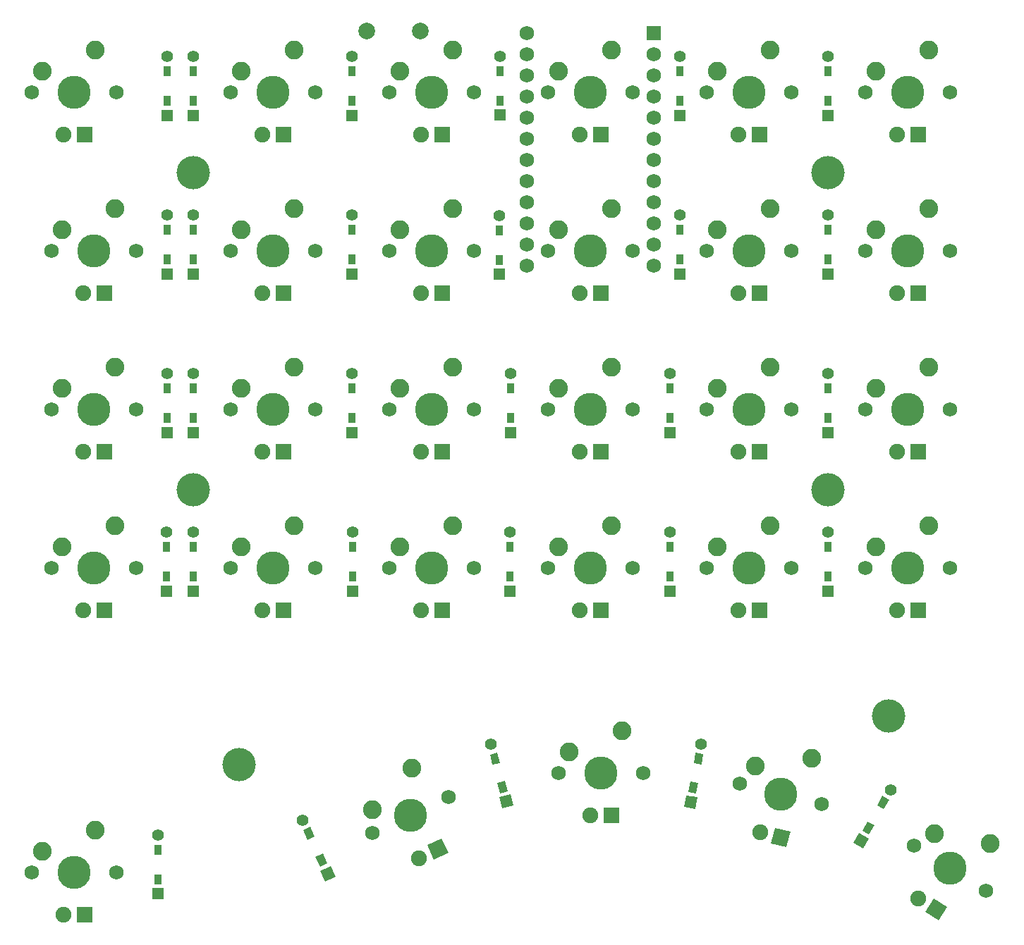
<source format=gts>
%TF.GenerationSoftware,KiCad,Pcbnew,5.1.10-88a1d61d58~90~ubuntu20.04.1*%
%TF.CreationDate,2021-08-22T16:14:45+02:00*%
%TF.ProjectId,knuckle-pad,6b6e7563-6b6c-4652-9d70-61642e6b6963,rev?*%
%TF.SameCoordinates,Original*%
%TF.FileFunction,Soldermask,Top*%
%TF.FilePolarity,Negative*%
%FSLAX46Y46*%
G04 Gerber Fmt 4.6, Leading zero omitted, Abs format (unit mm)*
G04 Created by KiCad (PCBNEW 5.1.10-88a1d61d58~90~ubuntu20.04.1) date 2021-08-22 16:14:45*
%MOMM*%
%LPD*%
G01*
G04 APERTURE LIST*
%ADD10C,4.000000*%
%ADD11C,1.752600*%
%ADD12R,1.752600X1.752600*%
%ADD13C,1.750000*%
%ADD14C,3.987800*%
%ADD15R,1.905000X1.905000*%
%ADD16C,1.905000*%
%ADD17C,2.250000*%
%ADD18C,2.000000*%
%ADD19C,0.100000*%
%ADD20C,1.397000*%
%ADD21R,0.950000X1.300000*%
%ADD22R,1.397000X1.397000*%
G04 APERTURE END LIST*
D10*
%TO.C,H6*%
X188722000Y-118364000D03*
%TD*%
D11*
%TO.C,U1*%
X145288000Y-36322000D03*
X160528000Y-64262000D03*
X145288000Y-38862000D03*
X145288000Y-41402000D03*
X145288000Y-43942000D03*
X145288000Y-46482000D03*
X145288000Y-49022000D03*
X145288000Y-51562000D03*
X145288000Y-54102000D03*
X145288000Y-56642000D03*
X145288000Y-59182000D03*
X145288000Y-61722000D03*
X145288000Y-64262000D03*
X160528000Y-61722000D03*
X160528000Y-59182000D03*
X160528000Y-56642000D03*
X160528000Y-54102000D03*
X160528000Y-51562000D03*
X160528000Y-49022000D03*
X160528000Y-46482000D03*
X160528000Y-43942000D03*
X160528000Y-41402000D03*
X160528000Y-38862000D03*
D12*
X160528000Y-36322000D03*
%TD*%
D13*
%TO.C,SW1*%
X96037400Y-43434000D03*
X85877400Y-43434000D03*
D14*
X90957400Y-43434000D03*
D15*
X92227400Y-48514000D03*
D16*
X89687400Y-48514000D03*
D17*
X93497400Y-38354000D03*
X87147400Y-40894000D03*
%TD*%
D18*
%TO.C,RST1*%
X126036000Y-36068000D03*
X132536000Y-36068000D03*
%TD*%
D13*
%TO.C,SW29*%
X200396084Y-139343990D03*
X191779916Y-133960010D03*
D14*
X196088000Y-136652000D03*
D19*
G36*
X193160517Y-141936100D02*
G01*
X194170013Y-140320568D01*
X195785545Y-141330064D01*
X194776049Y-142945596D01*
X193160517Y-141936100D01*
G37*
D16*
X192318989Y-140287087D03*
D17*
X200934032Y-133689911D03*
X194202932Y-132478965D03*
%TD*%
D13*
%TO.C,SW28*%
X196088000Y-100584000D03*
X185928000Y-100584000D03*
D14*
X191008000Y-100584000D03*
D15*
X192278000Y-105664000D03*
D16*
X189738000Y-105664000D03*
D17*
X193548000Y-95504000D03*
X187198000Y-98044000D03*
%TD*%
D13*
%TO.C,SW27*%
X196088000Y-81534000D03*
X185928000Y-81534000D03*
D14*
X191008000Y-81534000D03*
D15*
X192278000Y-86614000D03*
D16*
X189738000Y-86614000D03*
D17*
X193548000Y-76454000D03*
X187198000Y-78994000D03*
%TD*%
D13*
%TO.C,SW26*%
X196088000Y-62484000D03*
X185928000Y-62484000D03*
D14*
X191008000Y-62484000D03*
D15*
X192278000Y-67564000D03*
D16*
X189738000Y-67564000D03*
D17*
X193548000Y-57404000D03*
X187198000Y-59944000D03*
%TD*%
D13*
%TO.C,SW25*%
X196088000Y-43434000D03*
X185928000Y-43434000D03*
D14*
X191008000Y-43434000D03*
D15*
X192278000Y-48514000D03*
D16*
X189738000Y-48514000D03*
D17*
X193548000Y-38354000D03*
X187198000Y-40894000D03*
%TD*%
D13*
%TO.C,SW24*%
X180697102Y-128990963D03*
X170838898Y-126533037D03*
D14*
X175768000Y-127762000D03*
D19*
G36*
X174616675Y-133692119D02*
G01*
X175077536Y-131843706D01*
X176925949Y-132304567D01*
X176465088Y-134152980D01*
X174616675Y-133692119D01*
G37*
D16*
X173306761Y-132383861D03*
D17*
X179461514Y-123447379D03*
X172685655Y-124375726D03*
%TD*%
D13*
%TO.C,SW23*%
X177038000Y-100584000D03*
X166878000Y-100584000D03*
D14*
X171958000Y-100584000D03*
D15*
X173228000Y-105664000D03*
D16*
X170688000Y-105664000D03*
D17*
X174498000Y-95504000D03*
X168148000Y-98044000D03*
%TD*%
D13*
%TO.C,SW22*%
X177038000Y-81534000D03*
X166878000Y-81534000D03*
D14*
X171958000Y-81534000D03*
D15*
X173228000Y-86614000D03*
D16*
X170688000Y-86614000D03*
D17*
X174498000Y-76454000D03*
X168148000Y-78994000D03*
%TD*%
D13*
%TO.C,SW21*%
X177038000Y-62484000D03*
X166878000Y-62484000D03*
D14*
X171958000Y-62484000D03*
D15*
X173228000Y-67564000D03*
D16*
X170688000Y-67564000D03*
D17*
X174498000Y-57404000D03*
X168148000Y-59944000D03*
%TD*%
D13*
%TO.C,SW20*%
X177038000Y-43434000D03*
X166878000Y-43434000D03*
D14*
X171958000Y-43434000D03*
D15*
X173228000Y-48514000D03*
D16*
X170688000Y-48514000D03*
D17*
X174498000Y-38354000D03*
X168148000Y-40894000D03*
%TD*%
D13*
%TO.C,SW19*%
X159258000Y-125222000D03*
X149098000Y-125222000D03*
D14*
X154178000Y-125222000D03*
D15*
X155448000Y-130302000D03*
D16*
X152908000Y-130302000D03*
D17*
X156718000Y-120142000D03*
X150368000Y-122682000D03*
%TD*%
D13*
%TO.C,SW18*%
X157988000Y-100584000D03*
X147828000Y-100584000D03*
D14*
X152908000Y-100584000D03*
D15*
X154178000Y-105664000D03*
D16*
X151638000Y-105664000D03*
D17*
X155448000Y-95504000D03*
X149098000Y-98044000D03*
%TD*%
D13*
%TO.C,SW17*%
X157988000Y-81534000D03*
X147828000Y-81534000D03*
D14*
X152908000Y-81534000D03*
D15*
X154178000Y-86614000D03*
D16*
X151638000Y-86614000D03*
D17*
X155448000Y-76454000D03*
X149098000Y-78994000D03*
%TD*%
D13*
%TO.C,SW16*%
X157988000Y-62484000D03*
X147828000Y-62484000D03*
D14*
X152908000Y-62484000D03*
D15*
X154178000Y-67564000D03*
D16*
X151638000Y-67564000D03*
D17*
X155448000Y-57404000D03*
X149098000Y-59944000D03*
%TD*%
D13*
%TO.C,SW15*%
X157988000Y-43434000D03*
X147828000Y-43434000D03*
D14*
X152908000Y-43434000D03*
D15*
X154178000Y-48514000D03*
D16*
X151638000Y-48514000D03*
D17*
X155448000Y-38354000D03*
X149098000Y-40894000D03*
%TD*%
D13*
%TO.C,SW14*%
X135922044Y-128155099D03*
X126713956Y-132448901D03*
D14*
X131318000Y-130302000D03*
D19*
G36*
X134155198Y-135635120D02*
G01*
X133350110Y-133908604D01*
X135076626Y-133103516D01*
X135881714Y-134830032D01*
X134155198Y-135635120D01*
G37*
D16*
X132313890Y-135442769D03*
D17*
X131473121Y-124624506D03*
X126791517Y-129610154D03*
%TD*%
D13*
%TO.C,SW13*%
X138938000Y-100584000D03*
X128778000Y-100584000D03*
D14*
X133858000Y-100584000D03*
D15*
X135128000Y-105664000D03*
D16*
X132588000Y-105664000D03*
D17*
X136398000Y-95504000D03*
X130048000Y-98044000D03*
%TD*%
D13*
%TO.C,SW12*%
X138938000Y-81534000D03*
X128778000Y-81534000D03*
D14*
X133858000Y-81534000D03*
D15*
X135128000Y-86614000D03*
D16*
X132588000Y-86614000D03*
D17*
X136398000Y-76454000D03*
X130048000Y-78994000D03*
%TD*%
D13*
%TO.C,SW11*%
X138938000Y-62484000D03*
X128778000Y-62484000D03*
D14*
X133858000Y-62484000D03*
D15*
X135128000Y-67564000D03*
D16*
X132588000Y-67564000D03*
D17*
X136398000Y-57404000D03*
X130048000Y-59944000D03*
%TD*%
D13*
%TO.C,SW10*%
X138938000Y-43434000D03*
X128778000Y-43434000D03*
D14*
X133858000Y-43434000D03*
D15*
X135128000Y-48514000D03*
D16*
X132588000Y-48514000D03*
D17*
X136398000Y-38354000D03*
X130048000Y-40894000D03*
%TD*%
D13*
%TO.C,SW9*%
X119888000Y-100584000D03*
X109728000Y-100584000D03*
D14*
X114808000Y-100584000D03*
D15*
X116078000Y-105664000D03*
D16*
X113538000Y-105664000D03*
D17*
X117348000Y-95504000D03*
X110998000Y-98044000D03*
%TD*%
D13*
%TO.C,SW8*%
X119888000Y-81534000D03*
X109728000Y-81534000D03*
D14*
X114808000Y-81534000D03*
D15*
X116078000Y-86614000D03*
D16*
X113538000Y-86614000D03*
D17*
X117348000Y-76454000D03*
X110998000Y-78994000D03*
%TD*%
D13*
%TO.C,SW7*%
X119888000Y-62484000D03*
X109728000Y-62484000D03*
D14*
X114808000Y-62484000D03*
D15*
X116078000Y-67564000D03*
D16*
X113538000Y-67564000D03*
D17*
X117348000Y-57404000D03*
X110998000Y-59944000D03*
%TD*%
D13*
%TO.C,SW6*%
X119888000Y-43434000D03*
X109728000Y-43434000D03*
D14*
X114808000Y-43434000D03*
D15*
X116078000Y-48514000D03*
D16*
X113538000Y-48514000D03*
D17*
X117348000Y-38354000D03*
X110998000Y-40894000D03*
%TD*%
D13*
%TO.C,SW5*%
X96012000Y-137160000D03*
X85852000Y-137160000D03*
D14*
X90932000Y-137160000D03*
D15*
X92202000Y-142240000D03*
D16*
X89662000Y-142240000D03*
D17*
X93472000Y-132080000D03*
X87122000Y-134620000D03*
%TD*%
D13*
%TO.C,SW4*%
X98425000Y-100584000D03*
X88265000Y-100584000D03*
D14*
X93345000Y-100584000D03*
D15*
X94615000Y-105664000D03*
D16*
X92075000Y-105664000D03*
D17*
X95885000Y-95504000D03*
X89535000Y-98044000D03*
%TD*%
D13*
%TO.C,SW3*%
X98425000Y-81534000D03*
X88265000Y-81534000D03*
D14*
X93345000Y-81534000D03*
D15*
X94615000Y-86614000D03*
D16*
X92075000Y-86614000D03*
D17*
X95885000Y-76454000D03*
X89535000Y-78994000D03*
%TD*%
D13*
%TO.C,SW2*%
X98425000Y-62484000D03*
X88265000Y-62484000D03*
D14*
X93345000Y-62484000D03*
D15*
X94615000Y-67564000D03*
D16*
X92075000Y-67564000D03*
D17*
X95885000Y-57404000D03*
X89535000Y-59944000D03*
%TD*%
D10*
%TO.C,H5*%
X181483000Y-53086000D03*
%TD*%
%TO.C,H4*%
X105283000Y-91186000D03*
%TD*%
%TO.C,H3*%
X110744000Y-124206000D03*
%TD*%
%TO.C,H2*%
X105283000Y-53086000D03*
%TD*%
%TO.C,H1*%
X181483000Y-91186000D03*
%TD*%
D19*
%TO.C,D29*%
G36*
X188171862Y-129565222D02*
G01*
X187349138Y-129090222D01*
X187999138Y-127964388D01*
X188821862Y-128439388D01*
X188171862Y-129565222D01*
G37*
G36*
X186396862Y-132639612D02*
G01*
X185574138Y-132164612D01*
X186224138Y-131038778D01*
X187046862Y-131513778D01*
X186396862Y-132639612D01*
G37*
G36*
X185678669Y-134330559D02*
G01*
X184468831Y-133632059D01*
X185167331Y-132422221D01*
X186377169Y-133120721D01*
X185678669Y-134330559D01*
G37*
D20*
X188973000Y-127227610D03*
%TD*%
D21*
%TO.C,D28*%
X181432200Y-98047000D03*
X181432200Y-101597000D03*
D22*
X181432200Y-103372000D03*
D20*
X181432200Y-96272000D03*
%TD*%
D21*
%TO.C,D27*%
X181483000Y-79003000D03*
X181483000Y-82553000D03*
D22*
X181483000Y-84328000D03*
D20*
X181483000Y-77228000D03*
%TD*%
D21*
%TO.C,D26*%
X181483000Y-59947000D03*
X181483000Y-63497000D03*
D22*
X181483000Y-65272000D03*
D20*
X181483000Y-58172000D03*
%TD*%
D21*
%TO.C,D25*%
X181483000Y-40897000D03*
X181483000Y-44447000D03*
D22*
X181483000Y-46222000D03*
D20*
X181483000Y-39122000D03*
%TD*%
D19*
%TO.C,D24*%
G36*
X166271138Y-124196574D02*
G01*
X165335571Y-124031608D01*
X165561314Y-122751358D01*
X166496881Y-122916324D01*
X166271138Y-124196574D01*
G37*
G36*
X165654686Y-127692642D02*
G01*
X164719119Y-127527676D01*
X164944862Y-126247426D01*
X165880429Y-126412392D01*
X165654686Y-127692642D01*
G37*
G36*
X165558144Y-129527249D02*
G01*
X164182368Y-129284663D01*
X164424954Y-127908887D01*
X165800730Y-128151473D01*
X165558144Y-129527249D01*
G37*
D20*
X166224451Y-121725932D03*
%TD*%
D21*
%TO.C,D23*%
X162509200Y-98050000D03*
X162509200Y-101600000D03*
D22*
X162509200Y-103375000D03*
D20*
X162509200Y-96275000D03*
%TD*%
D21*
%TO.C,D22*%
X162509200Y-79003000D03*
X162509200Y-82553000D03*
D22*
X162509200Y-84328000D03*
D20*
X162509200Y-77228000D03*
%TD*%
D21*
%TO.C,D21*%
X163639500Y-59947000D03*
X163639500Y-63497000D03*
D22*
X163639500Y-65272000D03*
D20*
X163639500Y-58172000D03*
%TD*%
D21*
%TO.C,D20*%
X163703000Y-40897000D03*
X163703000Y-44447000D03*
D22*
X163703000Y-46222000D03*
D20*
X163703000Y-39122000D03*
%TD*%
D19*
%TO.C,D19*%
G36*
X142105047Y-124012395D02*
G01*
X141187418Y-124258273D01*
X140850953Y-123002569D01*
X141768582Y-122756691D01*
X142105047Y-124012395D01*
G37*
G36*
X143023855Y-127441431D02*
G01*
X142106226Y-127687309D01*
X141769761Y-126431605D01*
X142687390Y-126185727D01*
X143023855Y-127441431D01*
G37*
G36*
X143711696Y-129144951D02*
G01*
X142362298Y-129506521D01*
X142000728Y-128157123D01*
X143350126Y-127795553D01*
X143711696Y-129144951D01*
G37*
D20*
X141018596Y-121792963D03*
%TD*%
D21*
%TO.C,D18*%
X143256000Y-98050000D03*
X143256000Y-101600000D03*
D22*
X143256000Y-103375000D03*
D20*
X143256000Y-96275000D03*
%TD*%
D21*
%TO.C,D17*%
X143383000Y-79003000D03*
X143383000Y-82553000D03*
D22*
X143383000Y-84328000D03*
D20*
X143383000Y-77228000D03*
%TD*%
D21*
%TO.C,D16*%
X141986000Y-60010500D03*
X141986000Y-63560500D03*
D22*
X141986000Y-65335500D03*
D20*
X141986000Y-58235500D03*
%TD*%
D21*
%TO.C,D15*%
X142036800Y-40874600D03*
X142036800Y-44424600D03*
D22*
X142036800Y-46199600D03*
D20*
X142036800Y-39099600D03*
%TD*%
D19*
%TO.C,D14*%
G36*
X119843051Y-132891660D02*
G01*
X118982059Y-133293148D01*
X118432655Y-132114948D01*
X119293647Y-131713460D01*
X119843051Y-132891660D01*
G37*
G36*
X121343345Y-136109052D02*
G01*
X120482353Y-136510540D01*
X119932949Y-135332340D01*
X120793941Y-134930852D01*
X121343345Y-136109052D01*
G37*
G36*
X122316550Y-137667250D02*
G01*
X121050438Y-138257648D01*
X120460040Y-136991536D01*
X121726152Y-136401138D01*
X122316550Y-137667250D01*
G37*
D20*
X118387705Y-130894607D03*
%TD*%
D21*
%TO.C,D13*%
X124358400Y-98047000D03*
X124358400Y-101597000D03*
D22*
X124358400Y-103372000D03*
D20*
X124358400Y-96272000D03*
%TD*%
D21*
%TO.C,D12*%
X124333000Y-79003000D03*
X124333000Y-82553000D03*
D22*
X124333000Y-84328000D03*
D20*
X124333000Y-77228000D03*
%TD*%
D21*
%TO.C,D11*%
X124333000Y-59947000D03*
X124333000Y-63497000D03*
D22*
X124333000Y-65272000D03*
D20*
X124333000Y-58172000D03*
%TD*%
D21*
%TO.C,D10*%
X124307600Y-40897000D03*
X124307600Y-44447000D03*
D22*
X124307600Y-46222000D03*
D20*
X124307600Y-39122000D03*
%TD*%
D21*
%TO.C,D9*%
X105219500Y-98053000D03*
X105219500Y-101603000D03*
D22*
X105219500Y-103378000D03*
D20*
X105219500Y-96278000D03*
%TD*%
D21*
%TO.C,D8*%
X105283000Y-79003000D03*
X105283000Y-82553000D03*
D22*
X105283000Y-84328000D03*
D20*
X105283000Y-77228000D03*
%TD*%
D21*
%TO.C,D7*%
X105219500Y-59947000D03*
X105219500Y-63497000D03*
D22*
X105219500Y-65272000D03*
D20*
X105219500Y-58172000D03*
%TD*%
D21*
%TO.C,D6*%
X105257600Y-40897000D03*
X105257600Y-44447000D03*
D22*
X105257600Y-46222000D03*
D20*
X105257600Y-39122000D03*
%TD*%
D21*
%TO.C,D5*%
X101028500Y-134432500D03*
X101028500Y-137982500D03*
D22*
X101028500Y-139757500D03*
D20*
X101028500Y-132657500D03*
%TD*%
D21*
%TO.C,D4*%
X102031800Y-98047000D03*
X102031800Y-101597000D03*
D22*
X102031800Y-103372000D03*
D20*
X102031800Y-96272000D03*
%TD*%
D21*
%TO.C,D3*%
X102082600Y-78997000D03*
X102082600Y-82547000D03*
D22*
X102082600Y-84322000D03*
D20*
X102082600Y-77222000D03*
%TD*%
D21*
%TO.C,D2*%
X102108000Y-59947000D03*
X102108000Y-63497000D03*
D22*
X102108000Y-65272000D03*
D20*
X102108000Y-58172000D03*
%TD*%
%TO.C,D1*%
X102108000Y-39122000D03*
D22*
X102108000Y-46222000D03*
D21*
X102108000Y-44447000D03*
X102108000Y-40897000D03*
%TD*%
M02*

</source>
